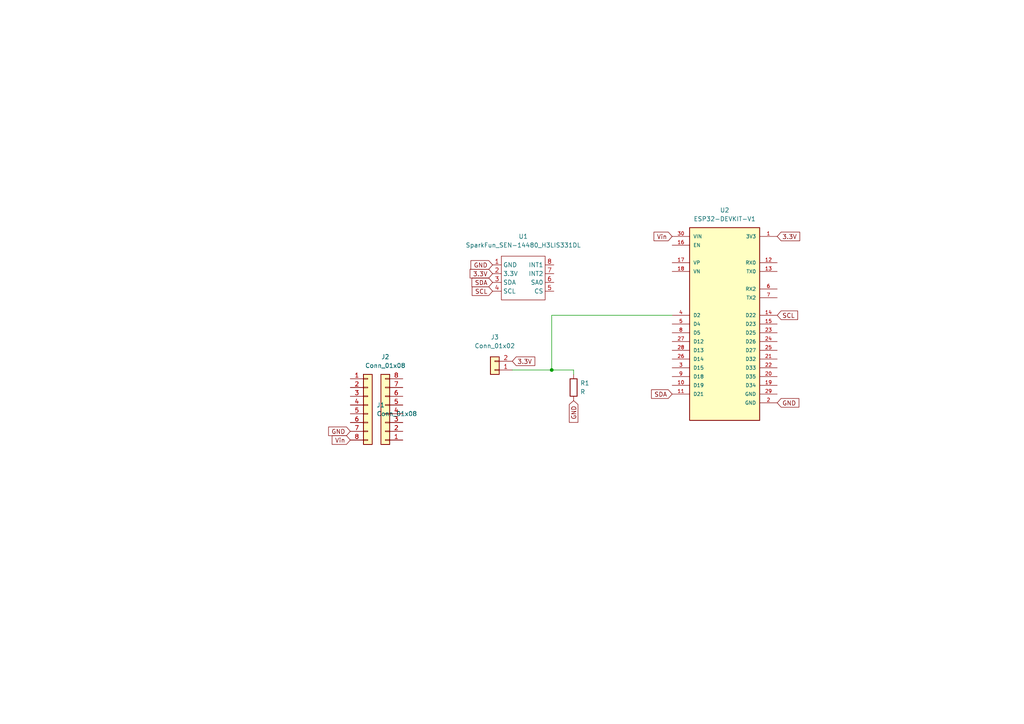
<source format=kicad_sch>
(kicad_sch (version 20211123) (generator eeschema)
  (paper "A4")
  (lib_symbols
    (symbol "Connector_Generic:Conn_01x02" (pin_names (offset 1.016) hide)
      (property "Reference" "J" (at 0 2.54 0))
      (property "Value" "Conn_01x02" (at 0 -5.08 0))
      (symbol "Conn_01x02_1_1"
        (rectangle (start -1.27 -2.413) (end 0 -2.667) (stroke (width 0.1524)))
        (rectangle (start -1.27 0.127) (end 0 -0.127) (stroke (width 0.1524)))
        (rectangle (start -1.27 1.27) (end 1.27 -3.81) (stroke (width 0.254)) (fill (type background)))
        (pin passive line (at -5.08 0 0) (length 3.81) (name "Pin_1") (number "1"))
        (pin passive line (at -5.08 -2.54 0) (length 3.81) (name "Pin_2") (number "2"))
      )
    )
    (symbol "Connector_Generic:Conn_01x08" (pin_names (offset 1.016) hide)
      (property "Reference" "J" (at 0 10.16 0))
      (property "Value" "Conn_01x08" (at 0 -12.7 0))
      (symbol "Conn_01x08_1_1"
        (rectangle (start -1.27 -10.033) (end 0 -10.287) (stroke (width 0.1524)))
        (rectangle (start -1.27 -7.493) (end 0 -7.747) (stroke (width 0.1524)))
        (rectangle (start -1.27 -4.953) (end 0 -5.207) (stroke (width 0.1524)))
        (rectangle (start -1.27 -2.413) (end 0 -2.667) (stroke (width 0.1524)))
        (rectangle (start -1.27 0.127) (end 0 -0.127) (stroke (width 0.1524)))
        (rectangle (start -1.27 2.667) (end 0 2.413) (stroke (width 0.1524)))
        (rectangle (start -1.27 5.207) (end 0 4.953) (stroke (width 0.1524)))
        (rectangle (start -1.27 7.747) (end 0 7.493) (stroke (width 0.1524)))
        (rectangle (start -1.27 8.89) (end 1.27 -11.43) (stroke (width 0.254)) (fill (type background)))
        (pin passive line (at -5.08 7.62 0) (length 3.81) (name "Pin_1") (number "1"))
        (pin passive line (at -5.08 5.08 0) (length 3.81) (name "Pin_2") (number "2"))
        (pin passive line (at -5.08 2.54 0) (length 3.81) (name "Pin_3") (number "3"))
        (pin passive line (at -5.08 0 0) (length 3.81) (name "Pin_4") (number "4"))
        (pin passive line (at -5.08 -2.54 0) (length 3.81) (name "Pin_5") (number "5"))
        (pin passive line (at -5.08 -5.08 0) (length 3.81) (name "Pin_6") (number "6"))
        (pin passive line (at -5.08 -7.62 0) (length 3.81) (name "Pin_7") (number "7"))
        (pin passive line (at -5.08 -10.16 0) (length 3.81) (name "Pin_8") (number "8"))
      )
    )
    (symbol "Device:R" (pin_numbers hide) (pin_names (offset 0))
      (property "Reference" "R" (at 2.032 0 90))
      (property "Value" "R" (at 0 0 90))
      (symbol "R_0_1"
        (rectangle (start -1.016 -2.54) (end 1.016 2.54) (stroke (width 0.254)))
      )
      (symbol "R_1_1"
        (pin passive line (at 0 3.81 270) (length 1.27) (name "~") (number "1"))
        (pin passive line (at 0 -3.81 90) (length 1.27) (name "~") (number "2"))
      )
    )
    (symbol "ESP32-DEVKIT-V1:ESP32-DEVKIT-V1" (pin_names (offset 1.016))
      (property "Reference" "U" (at -10.16 30.48 0))
      (property "Value" "ESP32-DEVKIT-V1" (at -10.16 -30.48 0))
      (symbol "ESP32-DEVKIT-V1_0_0"
        (rectangle (start -10.16 -27.94) (end 10.16 27.94) (stroke (width 0.254)) (fill (type background)))
        (pin output line (at 15.24 25.4 180) (length 5.08) (name "3V3") (number "1"))
        (pin bidirectional line (at -15.24 -17.78 0) (length 5.08) (name "D19") (number "10"))
        (pin bidirectional line (at -15.24 -20.32 0) (length 5.08) (name "D21") (number "11"))
        (pin input line (at 15.24 17.78 180) (length 5.08) (name "RX0") (number "12"))
        (pin output line (at 15.24 15.24 180) (length 5.08) (name "TX0") (number "13"))
        (pin bidirectional line (at 15.24 2.54 180) (length 5.08) (name "D22") (number "14"))
        (pin bidirectional line (at 15.24 0 180) (length 5.08) (name "D23") (number "15"))
        (pin input line (at -15.24 22.86 0) (length 5.08) (name "EN") (number "16"))
        (pin bidirectional line (at -15.24 17.78 0) (length 5.08) (name "VP") (number "17"))
        (pin bidirectional line (at -15.24 15.24 0) (length 5.08) (name "VN") (number "18"))
        (pin bidirectional line (at 15.24 -17.78 180) (length 5.08) (name "D34") (number "19"))
        (pin power_in line (at 15.24 -22.86 180) (length 5.08) (name "GND") (number "2"))
        (pin bidirectional line (at 15.24 -15.24 180) (length 5.08) (name "D35") (number "20"))
        (pin bidirectional line (at 15.24 -10.16 180) (length 5.08) (name "D32") (number "21"))
        (pin bidirectional line (at 15.24 -12.7 180) (length 5.08) (name "D33") (number "22"))
        (pin bidirectional line (at 15.24 -2.54 180) (length 5.08) (name "D25") (number "23"))
        (pin bidirectional line (at 15.24 -5.08 180) (length 5.08) (name "D26") (number "24"))
        (pin bidirectional line (at 15.24 -7.62 180) (length 5.08) (name "D27") (number "25"))
        (pin bidirectional line (at -15.24 -10.16 0) (length 5.08) (name "D14") (number "26"))
        (pin bidirectional line (at -15.24 -5.08 0) (length 5.08) (name "D12") (number "27"))
        (pin bidirectional line (at -15.24 -7.62 0) (length 5.08) (name "D13") (number "28"))
        (pin power_in line (at 15.24 -20.32 180) (length 5.08) (name "GND") (number "29"))
        (pin bidirectional line (at -15.24 -12.7 0) (length 5.08) (name "D15") (number "3"))
        (pin input line (at -15.24 25.4 0) (length 5.08) (name "VIN") (number "30"))
        (pin bidirectional line (at -15.24 2.54 0) (length 5.08) (name "D2") (number "4"))
        (pin bidirectional line (at -15.24 0 0) (length 5.08) (name "D4") (number "5"))
        (pin input line (at 15.24 10.16 180) (length 5.08) (name "RX2") (number "6"))
        (pin output line (at 15.24 7.62 180) (length 5.08) (name "TX2") (number "7"))
        (pin bidirectional line (at -15.24 -2.54 0) (length 5.08) (name "D5") (number "8"))
        (pin bidirectional line (at -15.24 -15.24 0) (length 5.08) (name "D18") (number "9"))
      )
    )
    (symbol "H3LIS331DL:SparkFun_SEN-14480_H3LIS331DL"
      (property "Reference" "U" (at 0 11.43 0))
      (property "Value" "SparkFun_SEN-14480_H3LIS331DL" (at 1.27 8.89 0))
      (symbol "SparkFun_SEN-14480_H3LIS331DL_0_1"
        (rectangle (start -6.35 6.35) (end 6.35 -6.35))
      )
      (symbol "SparkFun_SEN-14480_H3LIS331DL_1_1"
        (pin input line (at -8.89 3.81 0) (length 2.54) (name "GND") (number "1"))
        (pin input line (at -8.89 1.27 0) (length 2.54) (name "3.3V") (number "2"))
        (pin input line (at -8.89 -1.27 0) (length 2.54) (name "SDA") (number "3"))
        (pin input line (at -8.89 -3.81 0) (length 2.54) (name "SCL") (number "4"))
        (pin input line (at 8.89 -3.81 180) (length 2.54) (name "CS") (number "5"))
        (pin input line (at 8.89 -1.27 180) (length 2.54) (name "SA0") (number "6"))
        (pin input line (at 8.89 1.27 180) (length 2.54) (name "INT2") (number "7"))
        (pin input line (at 8.89 3.81 180) (length 2.54) (name "INT1") (number "8"))
      )
    )
  )
  (junction (at 160.02 107.315))
  (wire (pts (xy 148.59 107.315) (xy 160.02 107.315)))
  (wire (pts (xy 160.02 91.44) (xy 160.02 107.315)))
  (wire (pts (xy 166.37 107.315) (xy 166.37 108.585)))
  (wire (pts (xy 160.02 107.315) (xy 166.37 107.315)))
  (wire (pts (xy 194.945 91.44) (xy 160.02 91.44)))
  (global_label "3.3V" (shape input) (at 148.59 104.775 0) (property "Intersheet References" "${INTERSHEET_REFS}" (effects hide)))
  (global_label "SDA" (shape input) (at 194.945 114.3 180) (property "Intersheet References" "${INTERSHEET_REFS}" (effects hide)))
  (global_label "SCL" (shape input) (at 142.875 84.455 180) (property "Intersheet References" "${INTERSHEET_REFS}" (effects hide)))
  (global_label "GND" (shape input) (at 166.37 116.205 270) (property "Intersheet References" "${INTERSHEET_REFS}" (effects hide)))
  (global_label "GND" (shape input) (at 101.6 125.095 180) (property "Intersheet References" "${INTERSHEET_REFS}" (effects hide)))
  (global_label "Vin" (shape input) (at 101.6 127.635 180) (property "Intersheet References" "${INTERSHEET_REFS}" (effects hide)))
  (global_label "GND" (shape input) (at 225.425 116.84 0) (property "Intersheet References" "${INTERSHEET_REFS}" (effects hide)))
  (global_label "GND" (shape input) (at 142.875 76.835 180) (property "Intersheet References" "${INTERSHEET_REFS}" (effects hide)))
  (global_label "SCL" (shape input) (at 225.425 91.44 0) (property "Intersheet References" "${INTERSHEET_REFS}" (effects hide)))
  (global_label "Vin" (shape input) (at 194.945 68.58 180) (property "Intersheet References" "${INTERSHEET_REFS}" (effects hide)))
  (global_label "3.3V" (shape input) (at 225.425 68.58 0) (property "Intersheet References" "${INTERSHEET_REFS}" (effects hide)))
  (global_label "3.3V" (shape input) (at 142.875 79.375 180) (property "Intersheet References" "${INTERSHEET_REFS}" (effects hide)))
  (global_label "SDA" (shape input) (at 142.875 81.915 180) (property "Intersheet References" "${INTERSHEET_REFS}" (effects hide)))
  (symbol (lib_id "Device:R") (at 166.37 112.395 0) (unit 1)
    (property "Reference" "R1" (at 168.275 111.1249 0) (effects (justify left)))
    (property "Value" "R" (at 168.275 113.6649 0) (effects (justify left)))
    (property "Footprint" "Resistor_THT:R_Axial_DIN0207_L6.3mm_D2.5mm_P10.16mm_Horizontal" (effects hide))
  )
  (symbol (lib_id "H3LIS331DL:SparkFun_SEN-14480_H3LIS331DL") (at 151.765 80.645 0) (unit 1)
    (property "Reference" "U1" (at 151.765 68.58 0))
    (property "Value" "SparkFun_SEN-14480_H3LIS331DL" (at 151.765 71.12 0))
    (property "Footprint" "SparkFun_Tri_Axis_Accel_Breakout-H3LIS331DL:SparkFun_Tri_Axis_Accel_Breakout-H3LIS331DL" (effects hide))
  )
  (symbol (lib_id "Connector_Generic:Conn_01x08") (at 106.68 117.475 0) (unit 1)
    (property "Reference" "J1" (at 109.22 117.4749 0) (effects (justify left)))
    (property "Value" "Conn_01x08" (at 109.22 120.0149 0) (effects (justify left)))
    (property "Footprint" "Connector_PinSocket_2.54mm:PinSocket_1x08_P2.54mm_Vertical" (effects hide))
  )
  (symbol (lib_id "Connector_Generic:Conn_01x02") (at 143.51 107.315 180) (unit 1)
    (property "Reference" "J3" (at 143.51 97.79 0))
    (property "Value" "Conn_01x02" (at 143.51 100.33 0))
    (property "Footprint" "TerminalBlock_Phoenix:TerminalBlock_Phoenix_MKDS-1,5-2-5.08_1x02_P5.08mm_Horizontal" (effects hide))
  )
  (symbol (lib_id "Connector_Generic:Conn_01x08") (at 111.76 120.015 180) (unit 1)
    (property "Reference" "J2" (at 111.76 103.505 0))
    (property "Value" "Conn_01x08" (at 111.76 106.045 0))
    (property "Footprint" "Connector_PinSocket_2.54mm:PinSocket_1x08_P2.54mm_Vertical" (effects hide))
  )
  (symbol (lib_id "ESP32-DEVKIT-V1:ESP32-DEVKIT-V1") (at 210.185 93.98 0) (unit 1)
    (property "Reference" "U2" (at 210.185 60.96 0))
    (property "Value" "ESP32-DEVKIT-V1" (at 210.185 63.5 0))
    (property "Footprint" "ESP32-DEVKIT-V1:MODULE_ESP32_DEVKIT_V1" (effects hide))
    (property "STANDARD" "Manufacturer Recommendations" (effects hide))
    (property "PARTREV" "N/A" (effects hide))
    (property "MANUFACTURER" "DOIT" (effects hide))
    (property "MAXIMUM_PACKAGE_HEIGHT" "6.8 mm" (effects hide))
  )
)
</source>
